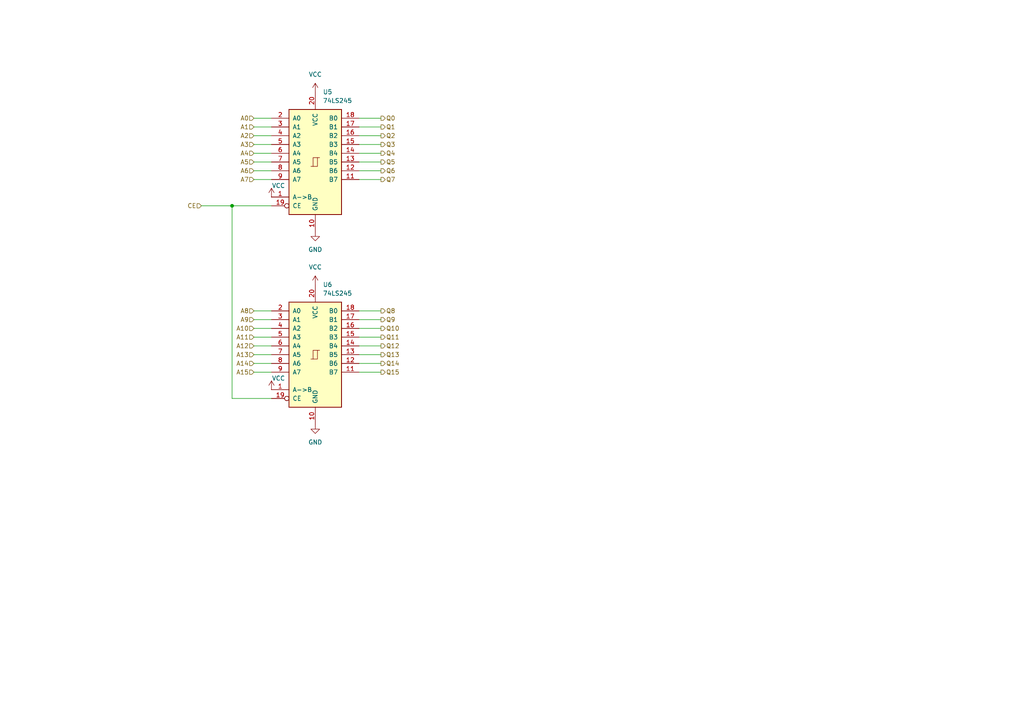
<source format=kicad_sch>
(kicad_sch (version 20231120) (generator "eeschema") (generator_version "8.0")
  (paper "A4")
  (lib_symbols
    (symbol "74xx:74LS245" (pin_names (offset 1.016))
      (property "Reference" "U" (at -7.62 16.51 0))
      (property "Value" "74LS245" (at -7.62 -16.51 0))
      (symbol "74LS245_1_0"
        (polyline (pts (xy -0.635 -1.27) (xy -0.635 1.27) (xy 0.635 1.27)))
        (polyline (pts (xy -1.27 -1.27) (xy 0.635 -1.27) (xy 0.635 1.27) (xy 1.27 1.27)))
        (pin input line (at -12.7 -10.16 0) (length 5.08) (name "A->B") (number "1"))
        (pin power_in line (at 0 -20.32 90) (length 5.08) (name "GND") (number "10"))
        (pin tri_state line (at 12.7 -5.08 180) (length 5.08) (name "B7") (number "11"))
        (pin tri_state line (at 12.7 -2.54 180) (length 5.08) (name "B6") (number "12"))
        (pin tri_state line (at 12.7 0 180) (length 5.08) (name "B5") (number "13"))
        (pin tri_state line (at 12.7 2.54 180) (length 5.08) (name "B4") (number "14"))
        (pin tri_state line (at 12.7 5.08 180) (length 5.08) (name "B3") (number "15"))
        (pin tri_state line (at 12.7 7.62 180) (length 5.08) (name "B2") (number "16"))
        (pin tri_state line (at 12.7 10.16 180) (length 5.08) (name "B1") (number "17"))
        (pin tri_state line (at 12.7 12.7 180) (length 5.08) (name "B0") (number "18"))
        (pin input inverted (at -12.7 -12.7 0) (length 5.08) (name "CE") (number "19"))
        (pin tri_state line (at -12.7 12.7 0) (length 5.08) (name "A0") (number "2"))
        (pin power_in line (at 0 20.32 270) (length 5.08) (name "VCC") (number "20"))
        (pin tri_state line (at -12.7 10.16 0) (length 5.08) (name "A1") (number "3"))
        (pin tri_state line (at -12.7 7.62 0) (length 5.08) (name "A2") (number "4"))
        (pin tri_state line (at -12.7 5.08 0) (length 5.08) (name "A3") (number "5"))
        (pin tri_state line (at -12.7 2.54 0) (length 5.08) (name "A4") (number "6"))
        (pin tri_state line (at -12.7 0 0) (length 5.08) (name "A5") (number "7"))
        (pin tri_state line (at -12.7 -2.54 0) (length 5.08) (name "A6") (number "8"))
        (pin tri_state line (at -12.7 -5.08 0) (length 5.08) (name "A7") (number "9"))
      )
      (symbol "74LS245_1_1"
        (rectangle (start -7.62 15.24) (end 7.62 -15.24) (stroke (width 0.254)) (fill (type background)))
      )
    )
    (symbol "power:GND" (power) (pin_numbers hide) (pin_names (offset 0) hide)
      (property "Value" "GND" (at 0 -3.81 0))
      (symbol "GND_0_1"
        (polyline (pts (xy 0 0) (xy 0 -1.27) (xy 1.27 -1.27) (xy 0 -2.54) (xy -1.27 -1.27) (xy 0 -1.27)))
      )
      (symbol "GND_1_1"
        (pin power_in line (at 0 0 270) (length 0) (name "~") (number "1"))
      )
    )
    (symbol "power:VCC" (power) (pin_numbers hide) (pin_names (offset 0) hide)
      (property "Value" "VCC" (at 0 3.556 0))
      (symbol "VCC_0_1"
        (polyline (pts (xy -0.762 1.27) (xy 0 2.54)))
        (polyline (pts (xy 0 0) (xy 0 2.54)))
        (polyline (pts (xy 0 2.54) (xy 0.762 1.27)))
      )
      (symbol "VCC_1_1"
        (pin power_in line (at 0 0 90) (length 0) (name "~") (number "1"))
      )
    )
  )
  (junction (at 67.31 59.69))
  (wire (pts (xy 58.42 59.69) (xy 67.31 59.69)))
  (wire (pts (xy 104.14 92.71) (xy 110.49 92.71)))
  (wire (pts (xy 73.66 97.79) (xy 78.74 97.79)))
  (wire (pts (xy 73.66 105.41) (xy 78.74 105.41)))
  (wire (pts (xy 67.31 59.69) (xy 78.74 59.69)))
  (wire (pts (xy 73.66 41.91) (xy 78.74 41.91)))
  (wire (pts (xy 104.14 36.83) (xy 110.49 36.83)))
  (wire (pts (xy 104.14 39.37) (xy 110.49 39.37)))
  (wire (pts (xy 104.14 44.45) (xy 110.49 44.45)))
  (wire (pts (xy 73.66 92.71) (xy 78.74 92.71)))
  (wire (pts (xy 104.14 105.41) (xy 110.49 105.41)))
  (wire (pts (xy 104.14 97.79) (xy 110.49 97.79)))
  (wire (pts (xy 73.66 34.29) (xy 78.74 34.29)))
  (wire (pts (xy 104.14 102.87) (xy 110.49 102.87)))
  (wire (pts (xy 73.66 36.83) (xy 78.74 36.83)))
  (wire (pts (xy 73.66 107.95) (xy 78.74 107.95)))
  (wire (pts (xy 73.66 90.17) (xy 78.74 90.17)))
  (wire (pts (xy 104.14 49.53) (xy 110.49 49.53)))
  (wire (pts (xy 67.31 115.57) (xy 67.31 59.69)))
  (wire (pts (xy 104.14 100.33) (xy 110.49 100.33)))
  (wire (pts (xy 73.66 46.99) (xy 78.74 46.99)))
  (wire (pts (xy 73.66 102.87) (xy 78.74 102.87)))
  (wire (pts (xy 104.14 95.25) (xy 110.49 95.25)))
  (wire (pts (xy 104.14 52.07) (xy 110.49 52.07)))
  (wire (pts (xy 104.14 107.95) (xy 110.49 107.95)))
  (wire (pts (xy 73.66 52.07) (xy 78.74 52.07)))
  (wire (pts (xy 73.66 95.25) (xy 78.74 95.25)))
  (wire (pts (xy 73.66 39.37) (xy 78.74 39.37)))
  (wire (pts (xy 73.66 49.53) (xy 78.74 49.53)))
  (wire (pts (xy 78.74 115.57) (xy 67.31 115.57)))
  (wire (pts (xy 104.14 41.91) (xy 110.49 41.91)))
  (wire (pts (xy 73.66 100.33) (xy 78.74 100.33)))
  (wire (pts (xy 104.14 46.99) (xy 110.49 46.99)))
  (wire (pts (xy 73.66 44.45) (xy 78.74 44.45)))
  (wire (pts (xy 104.14 34.29) (xy 110.49 34.29)))
  (wire (pts (xy 104.14 90.17) (xy 110.49 90.17)))
  (hierarchical_label "A1" (shape input) (at 73.66 36.83 180))
  (hierarchical_label "Q5" (shape output) (at 110.49 46.99 0))
  (hierarchical_label "A15" (shape input) (at 73.66 107.95 180))
  (hierarchical_label "A10" (shape input) (at 73.66 95.25 180))
  (hierarchical_label "Q15" (shape output) (at 110.49 107.95 0))
  (hierarchical_label "Q11" (shape output) (at 110.49 97.79 0))
  (hierarchical_label "Q4" (shape output) (at 110.49 44.45 0))
  (hierarchical_label "Q14" (shape output) (at 110.49 105.41 0))
  (hierarchical_label "A0" (shape input) (at 73.66 34.29 180))
  (hierarchical_label "Q1" (shape output) (at 110.49 36.83 0))
  (hierarchical_label "A5" (shape input) (at 73.66 46.99 180))
  (hierarchical_label "A7" (shape input) (at 73.66 52.07 180))
  (hierarchical_label "A8" (shape input) (at 73.66 90.17 180))
  (hierarchical_label "Q10" (shape output) (at 110.49 95.25 0))
  (hierarchical_label "Q2" (shape output) (at 110.49 39.37 0))
  (hierarchical_label "Q12" (shape output) (at 110.49 100.33 0))
  (hierarchical_label "Q9" (shape output) (at 110.49 92.71 0))
  (hierarchical_label "Q6" (shape output) (at 110.49 49.53 0))
  (hierarchical_label "A9" (shape input) (at 73.66 92.71 180))
  (hierarchical_label "Q3" (shape output) (at 110.49 41.91 0))
  (hierarchical_label "A11" (shape input) (at 73.66 97.79 180))
  (hierarchical_label "Q7" (shape output) (at 110.49 52.07 0))
  (hierarchical_label "A3" (shape input) (at 73.66 41.91 180))
  (hierarchical_label "CE" (shape input) (at 58.42 59.69 180))
  (hierarchical_label "A2" (shape input) (at 73.66 39.37 180))
  (hierarchical_label "Q13" (shape output) (at 110.49 102.87 0))
  (hierarchical_label "Q8" (shape output) (at 110.49 90.17 0))
  (hierarchical_label "A4" (shape input) (at 73.66 44.45 180))
  (hierarchical_label "A6" (shape input) (at 73.66 49.53 180))
  (hierarchical_label "Q0" (shape output) (at 110.49 34.29 0))
  (hierarchical_label "A13" (shape input) (at 73.66 102.87 180))
  (hierarchical_label "A12" (shape input) (at 73.66 100.33 180))
  (hierarchical_label "A14" (shape input) (at 73.66 105.41 180))
  (symbol (lib_id "power:GND") (at 91.44 123.19 0) (unit 1)
    (property "Reference" "#PWR020" (effects (hide yes)))
    (property "Value" "GND" (at 91.44 128.27 0))
    (property "Description" "Power symbol creates a global label with name \"GND\" , ground" (effects (hide yes)))
  )
  (symbol (lib_id "power:VCC") (at 78.74 113.03 0) (unit 1)
    (property "Reference" "#PWR019" (effects (hide yes)))
    (property "Value" "VCC" (at 80.772 109.728 0))
    (property "Description" "Power symbol creates a global label with name \"VCC\"" (effects (hide yes)))
  )
  (symbol (lib_id "power:VCC") (at 91.44 26.67 0) (unit 1)
    (property "Reference" "#PWR015" (effects (hide yes)))
    (property "Value" "VCC" (at 91.44 21.59 0))
    (property "Description" "Power symbol creates a global label with name \"VCC\"" (effects (hide yes)))
  )
  (symbol (lib_id "power:VCC") (at 91.44 82.55 0) (unit 1)
    (property "Reference" "#PWR018" (effects (hide yes)))
    (property "Value" "VCC" (at 91.44 77.47 0))
    (property "Description" "Power symbol creates a global label with name \"VCC\"" (effects (hide yes)))
  )
  (symbol (lib_id "74xx:74LS245") (at 91.44 102.87 0) (unit 1)
    (property "Reference" "U6" (at 93.6341 82.55 0) (effects (justify left)))
    (property "Value" "74LS245" (at 93.6341 85.09 0) (effects (justify left)))
    (property "Footprint" "Package_DIP:DIP-20_W7.62mm_LongPads" (effects (hide yes)))
    (property "Datasheet" "http://www.ti.com/lit/gpn/sn74LS245" (effects (hide yes)))
    (property "Description" "Octal BUS Transceivers, 3-State outputs" (effects (hide yes)))
  )
  (symbol (lib_id "74xx:74LS245") (at 91.44 46.99 0) (unit 1)
    (property "Reference" "U5" (at 93.6341 26.67 0) (effects (justify left)))
    (property "Value" "74LS245" (at 93.6341 29.21 0) (effects (justify left)))
    (property "Footprint" "Package_DIP:DIP-20_W7.62mm_LongPads" (effects (hide yes)))
    (property "Datasheet" "http://www.ti.com/lit/gpn/sn74LS245" (effects (hide yes)))
    (property "Description" "Octal BUS Transceivers, 3-State outputs" (effects (hide yes)))
  )
  (symbol (lib_id "power:GND") (at 91.44 67.31 0) (unit 1)
    (property "Reference" "#PWR017" (effects (hide yes)))
    (property "Value" "GND" (at 91.44 72.39 0))
    (property "Description" "Power symbol creates a global label with name \"GND\" , ground" (effects (hide yes)))
  )
  (symbol (lib_id "power:VCC") (at 78.74 57.15 0) (unit 1)
    (property "Reference" "#PWR016" (effects (hide yes)))
    (property "Value" "VCC" (at 80.772 53.848 0))
    (property "Description" "Power symbol creates a global label with name \"VCC\"" (effects (hide yes)))
  )
)
</source>
